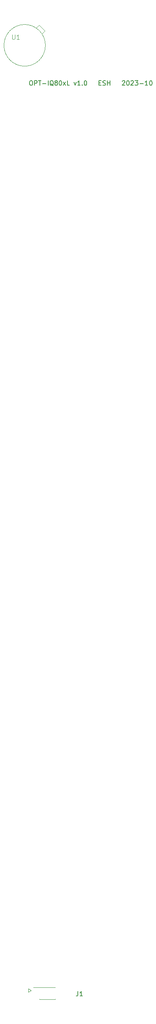
<source format=gbr>
%TF.GenerationSoftware,KiCad,Pcbnew,7.0.8-7.0.8~ubuntu22.04.1*%
%TF.CreationDate,2023-10-12T13:08:16-04:00*%
%TF.ProjectId,flex-IQ80xL,666c6578-2d49-4513-9830-784c2e6b6963,rev?*%
%TF.SameCoordinates,Original*%
%TF.FileFunction,Legend,Top*%
%TF.FilePolarity,Positive*%
%FSLAX46Y46*%
G04 Gerber Fmt 4.6, Leading zero omitted, Abs format (unit mm)*
G04 Created by KiCad (PCBNEW 7.0.8-7.0.8~ubuntu22.04.1) date 2023-10-12 13:08:16*
%MOMM*%
%LPD*%
G01*
G04 APERTURE LIST*
%ADD10C,0.150000*%
%ADD11C,0.100000*%
%ADD12C,0.120000*%
G04 APERTURE END LIST*
D10*
X26327255Y-32769819D02*
X26517731Y-32769819D01*
X26517731Y-32769819D02*
X26612969Y-32817438D01*
X26612969Y-32817438D02*
X26708207Y-32912676D01*
X26708207Y-32912676D02*
X26755826Y-33103152D01*
X26755826Y-33103152D02*
X26755826Y-33436485D01*
X26755826Y-33436485D02*
X26708207Y-33626961D01*
X26708207Y-33626961D02*
X26612969Y-33722200D01*
X26612969Y-33722200D02*
X26517731Y-33769819D01*
X26517731Y-33769819D02*
X26327255Y-33769819D01*
X26327255Y-33769819D02*
X26232017Y-33722200D01*
X26232017Y-33722200D02*
X26136779Y-33626961D01*
X26136779Y-33626961D02*
X26089160Y-33436485D01*
X26089160Y-33436485D02*
X26089160Y-33103152D01*
X26089160Y-33103152D02*
X26136779Y-32912676D01*
X26136779Y-32912676D02*
X26232017Y-32817438D01*
X26232017Y-32817438D02*
X26327255Y-32769819D01*
X27184398Y-33769819D02*
X27184398Y-32769819D01*
X27184398Y-32769819D02*
X27565350Y-32769819D01*
X27565350Y-32769819D02*
X27660588Y-32817438D01*
X27660588Y-32817438D02*
X27708207Y-32865057D01*
X27708207Y-32865057D02*
X27755826Y-32960295D01*
X27755826Y-32960295D02*
X27755826Y-33103152D01*
X27755826Y-33103152D02*
X27708207Y-33198390D01*
X27708207Y-33198390D02*
X27660588Y-33246009D01*
X27660588Y-33246009D02*
X27565350Y-33293628D01*
X27565350Y-33293628D02*
X27184398Y-33293628D01*
X28041541Y-32769819D02*
X28612969Y-32769819D01*
X28327255Y-33769819D02*
X28327255Y-32769819D01*
X28946303Y-33388866D02*
X29708208Y-33388866D01*
X30184398Y-33769819D02*
X30184398Y-32769819D01*
X31327254Y-33865057D02*
X31232016Y-33817438D01*
X31232016Y-33817438D02*
X31136778Y-33722200D01*
X31136778Y-33722200D02*
X30993921Y-33579342D01*
X30993921Y-33579342D02*
X30898683Y-33531723D01*
X30898683Y-33531723D02*
X30803445Y-33531723D01*
X30851064Y-33769819D02*
X30755826Y-33722200D01*
X30755826Y-33722200D02*
X30660588Y-33626961D01*
X30660588Y-33626961D02*
X30612969Y-33436485D01*
X30612969Y-33436485D02*
X30612969Y-33103152D01*
X30612969Y-33103152D02*
X30660588Y-32912676D01*
X30660588Y-32912676D02*
X30755826Y-32817438D01*
X30755826Y-32817438D02*
X30851064Y-32769819D01*
X30851064Y-32769819D02*
X31041540Y-32769819D01*
X31041540Y-32769819D02*
X31136778Y-32817438D01*
X31136778Y-32817438D02*
X31232016Y-32912676D01*
X31232016Y-32912676D02*
X31279635Y-33103152D01*
X31279635Y-33103152D02*
X31279635Y-33436485D01*
X31279635Y-33436485D02*
X31232016Y-33626961D01*
X31232016Y-33626961D02*
X31136778Y-33722200D01*
X31136778Y-33722200D02*
X31041540Y-33769819D01*
X31041540Y-33769819D02*
X30851064Y-33769819D01*
X31851064Y-33198390D02*
X31755826Y-33150771D01*
X31755826Y-33150771D02*
X31708207Y-33103152D01*
X31708207Y-33103152D02*
X31660588Y-33007914D01*
X31660588Y-33007914D02*
X31660588Y-32960295D01*
X31660588Y-32960295D02*
X31708207Y-32865057D01*
X31708207Y-32865057D02*
X31755826Y-32817438D01*
X31755826Y-32817438D02*
X31851064Y-32769819D01*
X31851064Y-32769819D02*
X32041540Y-32769819D01*
X32041540Y-32769819D02*
X32136778Y-32817438D01*
X32136778Y-32817438D02*
X32184397Y-32865057D01*
X32184397Y-32865057D02*
X32232016Y-32960295D01*
X32232016Y-32960295D02*
X32232016Y-33007914D01*
X32232016Y-33007914D02*
X32184397Y-33103152D01*
X32184397Y-33103152D02*
X32136778Y-33150771D01*
X32136778Y-33150771D02*
X32041540Y-33198390D01*
X32041540Y-33198390D02*
X31851064Y-33198390D01*
X31851064Y-33198390D02*
X31755826Y-33246009D01*
X31755826Y-33246009D02*
X31708207Y-33293628D01*
X31708207Y-33293628D02*
X31660588Y-33388866D01*
X31660588Y-33388866D02*
X31660588Y-33579342D01*
X31660588Y-33579342D02*
X31708207Y-33674580D01*
X31708207Y-33674580D02*
X31755826Y-33722200D01*
X31755826Y-33722200D02*
X31851064Y-33769819D01*
X31851064Y-33769819D02*
X32041540Y-33769819D01*
X32041540Y-33769819D02*
X32136778Y-33722200D01*
X32136778Y-33722200D02*
X32184397Y-33674580D01*
X32184397Y-33674580D02*
X32232016Y-33579342D01*
X32232016Y-33579342D02*
X32232016Y-33388866D01*
X32232016Y-33388866D02*
X32184397Y-33293628D01*
X32184397Y-33293628D02*
X32136778Y-33246009D01*
X32136778Y-33246009D02*
X32041540Y-33198390D01*
X32851064Y-32769819D02*
X32946302Y-32769819D01*
X32946302Y-32769819D02*
X33041540Y-32817438D01*
X33041540Y-32817438D02*
X33089159Y-32865057D01*
X33089159Y-32865057D02*
X33136778Y-32960295D01*
X33136778Y-32960295D02*
X33184397Y-33150771D01*
X33184397Y-33150771D02*
X33184397Y-33388866D01*
X33184397Y-33388866D02*
X33136778Y-33579342D01*
X33136778Y-33579342D02*
X33089159Y-33674580D01*
X33089159Y-33674580D02*
X33041540Y-33722200D01*
X33041540Y-33722200D02*
X32946302Y-33769819D01*
X32946302Y-33769819D02*
X32851064Y-33769819D01*
X32851064Y-33769819D02*
X32755826Y-33722200D01*
X32755826Y-33722200D02*
X32708207Y-33674580D01*
X32708207Y-33674580D02*
X32660588Y-33579342D01*
X32660588Y-33579342D02*
X32612969Y-33388866D01*
X32612969Y-33388866D02*
X32612969Y-33150771D01*
X32612969Y-33150771D02*
X32660588Y-32960295D01*
X32660588Y-32960295D02*
X32708207Y-32865057D01*
X32708207Y-32865057D02*
X32755826Y-32817438D01*
X32755826Y-32817438D02*
X32851064Y-32769819D01*
X33517731Y-33769819D02*
X34041540Y-33103152D01*
X33517731Y-33103152D02*
X34041540Y-33769819D01*
X34898683Y-33769819D02*
X34422493Y-33769819D01*
X34422493Y-33769819D02*
X34422493Y-32769819D01*
X35898684Y-33103152D02*
X36136779Y-33769819D01*
X36136779Y-33769819D02*
X36374874Y-33103152D01*
X37279636Y-33769819D02*
X36708208Y-33769819D01*
X36993922Y-33769819D02*
X36993922Y-32769819D01*
X36993922Y-32769819D02*
X36898684Y-32912676D01*
X36898684Y-32912676D02*
X36803446Y-33007914D01*
X36803446Y-33007914D02*
X36708208Y-33055533D01*
X37708208Y-33674580D02*
X37755827Y-33722200D01*
X37755827Y-33722200D02*
X37708208Y-33769819D01*
X37708208Y-33769819D02*
X37660589Y-33722200D01*
X37660589Y-33722200D02*
X37708208Y-33674580D01*
X37708208Y-33674580D02*
X37708208Y-33769819D01*
X38374874Y-32769819D02*
X38470112Y-32769819D01*
X38470112Y-32769819D02*
X38565350Y-32817438D01*
X38565350Y-32817438D02*
X38612969Y-32865057D01*
X38612969Y-32865057D02*
X38660588Y-32960295D01*
X38660588Y-32960295D02*
X38708207Y-33150771D01*
X38708207Y-33150771D02*
X38708207Y-33388866D01*
X38708207Y-33388866D02*
X38660588Y-33579342D01*
X38660588Y-33579342D02*
X38612969Y-33674580D01*
X38612969Y-33674580D02*
X38565350Y-33722200D01*
X38565350Y-33722200D02*
X38470112Y-33769819D01*
X38470112Y-33769819D02*
X38374874Y-33769819D01*
X38374874Y-33769819D02*
X38279636Y-33722200D01*
X38279636Y-33722200D02*
X38232017Y-33674580D01*
X38232017Y-33674580D02*
X38184398Y-33579342D01*
X38184398Y-33579342D02*
X38136779Y-33388866D01*
X38136779Y-33388866D02*
X38136779Y-33150771D01*
X38136779Y-33150771D02*
X38184398Y-32960295D01*
X38184398Y-32960295D02*
X38232017Y-32865057D01*
X38232017Y-32865057D02*
X38279636Y-32817438D01*
X38279636Y-32817438D02*
X38374874Y-32769819D01*
X41422494Y-33246009D02*
X41755827Y-33246009D01*
X41898684Y-33769819D02*
X41422494Y-33769819D01*
X41422494Y-33769819D02*
X41422494Y-32769819D01*
X41422494Y-32769819D02*
X41898684Y-32769819D01*
X42279637Y-33722200D02*
X42422494Y-33769819D01*
X42422494Y-33769819D02*
X42660589Y-33769819D01*
X42660589Y-33769819D02*
X42755827Y-33722200D01*
X42755827Y-33722200D02*
X42803446Y-33674580D01*
X42803446Y-33674580D02*
X42851065Y-33579342D01*
X42851065Y-33579342D02*
X42851065Y-33484104D01*
X42851065Y-33484104D02*
X42803446Y-33388866D01*
X42803446Y-33388866D02*
X42755827Y-33341247D01*
X42755827Y-33341247D02*
X42660589Y-33293628D01*
X42660589Y-33293628D02*
X42470113Y-33246009D01*
X42470113Y-33246009D02*
X42374875Y-33198390D01*
X42374875Y-33198390D02*
X42327256Y-33150771D01*
X42327256Y-33150771D02*
X42279637Y-33055533D01*
X42279637Y-33055533D02*
X42279637Y-32960295D01*
X42279637Y-32960295D02*
X42327256Y-32865057D01*
X42327256Y-32865057D02*
X42374875Y-32817438D01*
X42374875Y-32817438D02*
X42470113Y-32769819D01*
X42470113Y-32769819D02*
X42708208Y-32769819D01*
X42708208Y-32769819D02*
X42851065Y-32817438D01*
X43279637Y-33769819D02*
X43279637Y-32769819D01*
X43279637Y-33246009D02*
X43851065Y-33246009D01*
X43851065Y-33769819D02*
X43851065Y-32769819D01*
X46565352Y-32865057D02*
X46612971Y-32817438D01*
X46612971Y-32817438D02*
X46708209Y-32769819D01*
X46708209Y-32769819D02*
X46946304Y-32769819D01*
X46946304Y-32769819D02*
X47041542Y-32817438D01*
X47041542Y-32817438D02*
X47089161Y-32865057D01*
X47089161Y-32865057D02*
X47136780Y-32960295D01*
X47136780Y-32960295D02*
X47136780Y-33055533D01*
X47136780Y-33055533D02*
X47089161Y-33198390D01*
X47089161Y-33198390D02*
X46517733Y-33769819D01*
X46517733Y-33769819D02*
X47136780Y-33769819D01*
X47755828Y-32769819D02*
X47851066Y-32769819D01*
X47851066Y-32769819D02*
X47946304Y-32817438D01*
X47946304Y-32817438D02*
X47993923Y-32865057D01*
X47993923Y-32865057D02*
X48041542Y-32960295D01*
X48041542Y-32960295D02*
X48089161Y-33150771D01*
X48089161Y-33150771D02*
X48089161Y-33388866D01*
X48089161Y-33388866D02*
X48041542Y-33579342D01*
X48041542Y-33579342D02*
X47993923Y-33674580D01*
X47993923Y-33674580D02*
X47946304Y-33722200D01*
X47946304Y-33722200D02*
X47851066Y-33769819D01*
X47851066Y-33769819D02*
X47755828Y-33769819D01*
X47755828Y-33769819D02*
X47660590Y-33722200D01*
X47660590Y-33722200D02*
X47612971Y-33674580D01*
X47612971Y-33674580D02*
X47565352Y-33579342D01*
X47565352Y-33579342D02*
X47517733Y-33388866D01*
X47517733Y-33388866D02*
X47517733Y-33150771D01*
X47517733Y-33150771D02*
X47565352Y-32960295D01*
X47565352Y-32960295D02*
X47612971Y-32865057D01*
X47612971Y-32865057D02*
X47660590Y-32817438D01*
X47660590Y-32817438D02*
X47755828Y-32769819D01*
X48470114Y-32865057D02*
X48517733Y-32817438D01*
X48517733Y-32817438D02*
X48612971Y-32769819D01*
X48612971Y-32769819D02*
X48851066Y-32769819D01*
X48851066Y-32769819D02*
X48946304Y-32817438D01*
X48946304Y-32817438D02*
X48993923Y-32865057D01*
X48993923Y-32865057D02*
X49041542Y-32960295D01*
X49041542Y-32960295D02*
X49041542Y-33055533D01*
X49041542Y-33055533D02*
X48993923Y-33198390D01*
X48993923Y-33198390D02*
X48422495Y-33769819D01*
X48422495Y-33769819D02*
X49041542Y-33769819D01*
X49374876Y-32769819D02*
X49993923Y-32769819D01*
X49993923Y-32769819D02*
X49660590Y-33150771D01*
X49660590Y-33150771D02*
X49803447Y-33150771D01*
X49803447Y-33150771D02*
X49898685Y-33198390D01*
X49898685Y-33198390D02*
X49946304Y-33246009D01*
X49946304Y-33246009D02*
X49993923Y-33341247D01*
X49993923Y-33341247D02*
X49993923Y-33579342D01*
X49993923Y-33579342D02*
X49946304Y-33674580D01*
X49946304Y-33674580D02*
X49898685Y-33722200D01*
X49898685Y-33722200D02*
X49803447Y-33769819D01*
X49803447Y-33769819D02*
X49517733Y-33769819D01*
X49517733Y-33769819D02*
X49422495Y-33722200D01*
X49422495Y-33722200D02*
X49374876Y-33674580D01*
X50422495Y-33388866D02*
X51184400Y-33388866D01*
X52184399Y-33769819D02*
X51612971Y-33769819D01*
X51898685Y-33769819D02*
X51898685Y-32769819D01*
X51898685Y-32769819D02*
X51803447Y-32912676D01*
X51803447Y-32912676D02*
X51708209Y-33007914D01*
X51708209Y-33007914D02*
X51612971Y-33055533D01*
X52803447Y-32769819D02*
X52898685Y-32769819D01*
X52898685Y-32769819D02*
X52993923Y-32817438D01*
X52993923Y-32817438D02*
X53041542Y-32865057D01*
X53041542Y-32865057D02*
X53089161Y-32960295D01*
X53089161Y-32960295D02*
X53136780Y-33150771D01*
X53136780Y-33150771D02*
X53136780Y-33388866D01*
X53136780Y-33388866D02*
X53089161Y-33579342D01*
X53089161Y-33579342D02*
X53041542Y-33674580D01*
X53041542Y-33674580D02*
X52993923Y-33722200D01*
X52993923Y-33722200D02*
X52898685Y-33769819D01*
X52898685Y-33769819D02*
X52803447Y-33769819D01*
X52803447Y-33769819D02*
X52708209Y-33722200D01*
X52708209Y-33722200D02*
X52660590Y-33674580D01*
X52660590Y-33674580D02*
X52612971Y-33579342D01*
X52612971Y-33579342D02*
X52565352Y-33388866D01*
X52565352Y-33388866D02*
X52565352Y-33150771D01*
X52565352Y-33150771D02*
X52612971Y-32960295D01*
X52612971Y-32960295D02*
X52660590Y-32865057D01*
X52660590Y-32865057D02*
X52708209Y-32817438D01*
X52708209Y-32817438D02*
X52803447Y-32769819D01*
D11*
X22238095Y-22657419D02*
X22238095Y-23466942D01*
X22238095Y-23466942D02*
X22285714Y-23562180D01*
X22285714Y-23562180D02*
X22333333Y-23609800D01*
X22333333Y-23609800D02*
X22428571Y-23657419D01*
X22428571Y-23657419D02*
X22619047Y-23657419D01*
X22619047Y-23657419D02*
X22714285Y-23609800D01*
X22714285Y-23609800D02*
X22761904Y-23562180D01*
X22761904Y-23562180D02*
X22809523Y-23466942D01*
X22809523Y-23466942D02*
X22809523Y-22657419D01*
X23809523Y-23657419D02*
X23238095Y-23657419D01*
X23523809Y-23657419D02*
X23523809Y-22657419D01*
X23523809Y-22657419D02*
X23428571Y-22800276D01*
X23428571Y-22800276D02*
X23333333Y-22895514D01*
X23333333Y-22895514D02*
X23238095Y-22943133D01*
D10*
X36778666Y-232831819D02*
X36778666Y-233546104D01*
X36778666Y-233546104D02*
X36731047Y-233688961D01*
X36731047Y-233688961D02*
X36635809Y-233784200D01*
X36635809Y-233784200D02*
X36492952Y-233831819D01*
X36492952Y-233831819D02*
X36397714Y-233831819D01*
X37778666Y-233831819D02*
X37207238Y-233831819D01*
X37492952Y-233831819D02*
X37492952Y-232831819D01*
X37492952Y-232831819D02*
X37397714Y-232974676D01*
X37397714Y-232974676D02*
X37302476Y-233069914D01*
X37302476Y-233069914D02*
X37207238Y-233117533D01*
D11*
%TO.C,U1*%
X28810000Y-22460000D02*
X29445000Y-21825000D01*
X29445000Y-21825000D02*
X28175000Y-20555000D01*
X28175000Y-20555000D02*
X27540000Y-21190000D01*
X29579050Y-25000000D02*
G75*
G03*
X29579050Y-25000000I-4579050J0D01*
G01*
%TO.C,J1*%
X25809000Y-232234000D02*
X26444000Y-232615000D01*
X25809000Y-232996000D02*
X25809000Y-232234000D01*
X26444000Y-232615000D02*
X25809000Y-232996000D01*
D12*
X26910000Y-231985000D02*
X28235000Y-231985000D01*
X28235000Y-231920000D02*
X28235000Y-231985000D01*
X28235000Y-231920000D02*
X31765000Y-231920000D01*
X28235000Y-234515000D02*
X28235000Y-234580000D01*
X28235000Y-234580000D02*
X31765000Y-234580000D01*
X31765000Y-231920000D02*
X31765000Y-231985000D01*
X31765000Y-234515000D02*
X31765000Y-234580000D01*
%TD*%
M02*

</source>
